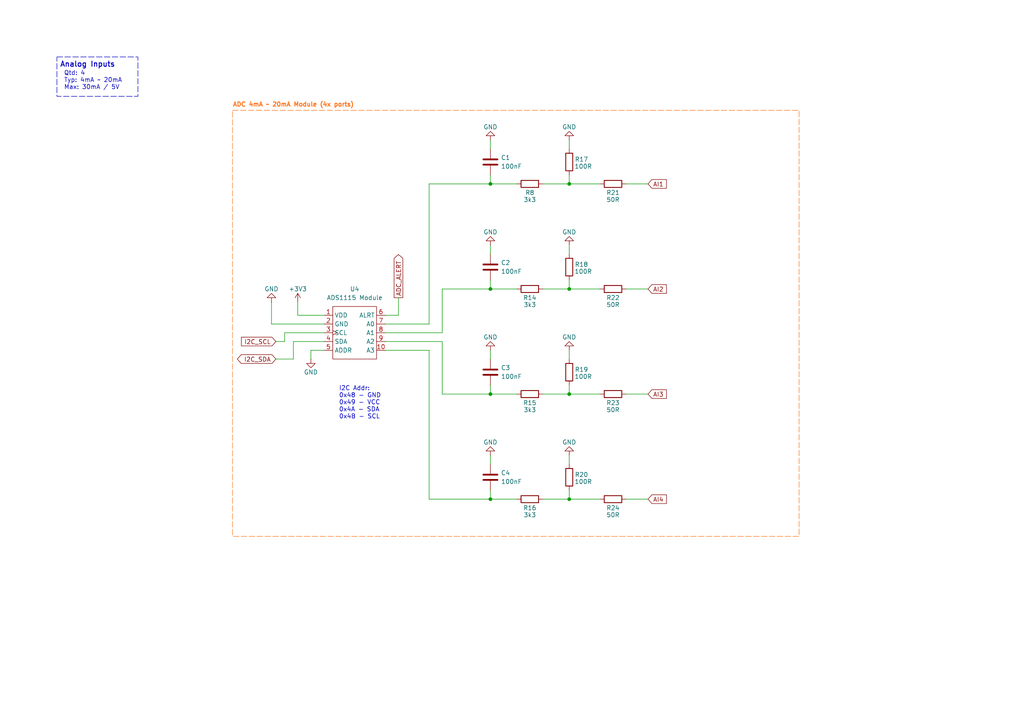
<source format=kicad_sch>
(kicad_sch (version 20231120) (generator "eeschema") (generator_version "8.0")
  (paper "A4")
  (title_block (title "ATL100 (Multiparametric Station) - THT Based") (date "2024-10-29") (rev "v1.0.0") (company "AgroTechLab (Laboratório de Desenvolvimento de Tecnologias para o Agrongócio)") (comment 1 "IFSC/Lages (Instituto Federal de Santa Catarina)") (comment 2 "Confidential (access prohibited without signing a non-disclosure agreement)") (comment 3 "Author: Robson Costa (robson.costa@ifsc.edu.br)") (comment 4 "Analog Inputs (4 x 2mA ~ 20mA)"))
  (lib_symbols
    (symbol "AgroTechLab:ADS1115 Module"
      (property "Reference" "U" (at -5.842 8.89 0))
      (property "Value" "ADS1115 Module" (at 0.254 -9.398 0))
      (symbol "ADS1115 Module_0_1"
        (rectangle (start -6.35 7.62) (end 6.35 -7.62))
      )
      (symbol "ADS1115 Module_1_1"
        (pin power_in line (at -8.89 5.08 0) (length 2.54) (name "VDD") (number "1"))
        (pin input line (at 8.89 -5.08 180) (length 2.54) (name "A3") (number "10"))
        (pin power_in line (at -8.89 2.54 0) (length 2.54) (name "GND") (number "2"))
        (pin input clock (at -8.89 0 0) (length 2.54) (name "SCL") (number "3"))
        (pin input line (at -8.89 -2.54 0) (length 2.54) (name "SDA") (number "4"))
        (pin input line (at -8.89 -5.08 0) (length 2.54) (name "ADDR") (number "5"))
        (pin input line (at 8.89 5.08 180) (length 2.54) (name "ALRT") (number "6"))
        (pin input line (at 8.89 2.54 180) (length 2.54) (name "A0") (number "7"))
        (pin input line (at 8.89 0 180) (length 2.54) (name "A1") (number "8"))
        (pin input line (at 8.89 -2.54 180) (length 2.54) (name "A2") (number "9"))
      )
    )
    (symbol "Device:C" (pin_numbers hide) (pin_names (offset 0.254))
      (property "Reference" "C" (at 0.635 2.54 0))
      (property "Value" "C" (at 0.635 -2.54 0))
      (symbol "C_0_1"
        (polyline (pts (xy -2.032 -0.762) (xy 2.032 -0.762)) (stroke (width 0.508)))
        (polyline (pts (xy -2.032 0.762) (xy 2.032 0.762)) (stroke (width 0.508)))
      )
      (symbol "C_1_1"
        (pin passive line (at 0 3.81 270) (length 2.794) (name "~") (number "1"))
        (pin passive line (at 0 -3.81 90) (length 2.794) (name "~") (number "2"))
      )
    )
    (symbol "Device:R" (pin_numbers hide) (pin_names (offset 0))
      (property "Reference" "R" (at 2.032 0 90))
      (property "Value" "R" (at 0 0 90))
      (symbol "R_0_1"
        (rectangle (start -1.016 -2.54) (end 1.016 2.54) (stroke (width 0.254)))
      )
      (symbol "R_1_1"
        (pin passive line (at 0 3.81 270) (length 1.27) (name "~") (number "1"))
        (pin passive line (at 0 -3.81 90) (length 1.27) (name "~") (number "2"))
      )
    )
    (symbol "power:+3V3" (power) (pin_numbers hide) (pin_names (offset 0) hide)
      (property "Value" "+3V3" (at 0 3.556 0))
      (symbol "+3V3_0_1"
        (polyline (pts (xy -0.762 1.27) (xy 0 2.54)))
        (polyline (pts (xy 0 0) (xy 0 2.54)))
        (polyline (pts (xy 0 2.54) (xy 0.762 1.27)))
      )
      (symbol "+3V3_1_1"
        (pin power_in line (at 0 0 90) (length 0) (name "~") (number "1"))
      )
    )
    (symbol "power:GND" (power) (pin_numbers hide) (pin_names (offset 0) hide)
      (property "Value" "GND" (at 0 -3.81 0))
      (symbol "GND_0_1"
        (polyline (pts (xy 0 0) (xy 0 -1.27) (xy 1.27 -1.27) (xy 0 -2.54) (xy -1.27 -1.27) (xy 0 -1.27)))
      )
      (symbol "GND_1_1"
        (pin power_in line (at 0 0 270) (length 0) (name "~") (number "1"))
      )
    )
  )
  (junction (at 165.1 114.3))
  (junction (at 142.24 83.82))
  (junction (at 142.24 53.34))
  (junction (at 142.24 144.78))
  (junction (at 165.1 144.78))
  (junction (at 165.1 83.82))
  (junction (at 142.24 114.3))
  (junction (at 165.1 53.34))
  (wire (pts (xy 82.55 99.06) (xy 82.55 96.52)))
  (wire (pts (xy 142.24 83.82) (xy 149.86 83.82)))
  (wire (pts (xy 85.09 104.14) (xy 85.09 99.06)))
  (wire (pts (xy 142.24 111.76) (xy 142.24 114.3)))
  (wire (pts (xy 85.09 99.06) (xy 93.98 99.06)))
  (wire (pts (xy 90.17 101.6) (xy 90.17 104.14)))
  (wire (pts (xy 128.27 96.52) (xy 128.27 83.82)))
  (wire (pts (xy 93.98 101.6) (xy 90.17 101.6)))
  (wire (pts (xy 165.1 114.3) (xy 165.1 111.76)))
  (wire (pts (xy 78.74 87.63) (xy 78.74 93.98)))
  (wire (pts (xy 157.48 114.3) (xy 165.1 114.3)))
  (wire (pts (xy 142.24 53.34) (xy 149.86 53.34)))
  (wire (pts (xy 157.48 83.82) (xy 165.1 83.82)))
  (wire (pts (xy 128.27 114.3) (xy 142.24 114.3)))
  (wire (pts (xy 142.24 142.24) (xy 142.24 144.78)))
  (wire (pts (xy 115.57 91.44) (xy 111.76 91.44)))
  (wire (pts (xy 181.61 53.34) (xy 187.96 53.34)))
  (wire (pts (xy 124.46 93.98) (xy 124.46 53.34)))
  (wire (pts (xy 142.24 71.12) (xy 142.24 73.66)))
  (wire (pts (xy 142.24 132.08) (xy 142.24 134.62)))
  (wire (pts (xy 165.1 101.6) (xy 165.1 104.14)))
  (wire (pts (xy 128.27 99.06) (xy 128.27 114.3)))
  (wire (pts (xy 181.61 114.3) (xy 187.96 114.3)))
  (wire (pts (xy 93.98 91.44) (xy 86.36 91.44)))
  (wire (pts (xy 165.1 83.82) (xy 173.99 83.82)))
  (wire (pts (xy 115.57 86.36) (xy 115.57 91.44)))
  (wire (pts (xy 157.48 53.34) (xy 165.1 53.34)))
  (wire (pts (xy 142.24 81.28) (xy 142.24 83.82)))
  (wire (pts (xy 165.1 144.78) (xy 173.99 144.78)))
  (wire (pts (xy 124.46 101.6) (xy 124.46 144.78)))
  (wire (pts (xy 128.27 83.82) (xy 142.24 83.82)))
  (wire (pts (xy 82.55 96.52) (xy 93.98 96.52)))
  (wire (pts (xy 80.01 99.06) (xy 82.55 99.06)))
  (wire (pts (xy 157.48 144.78) (xy 165.1 144.78)))
  (wire (pts (xy 181.61 144.78) (xy 187.96 144.78)))
  (wire (pts (xy 142.24 50.8) (xy 142.24 53.34)))
  (wire (pts (xy 142.24 101.6) (xy 142.24 104.14)))
  (wire (pts (xy 142.24 114.3) (xy 149.86 114.3)))
  (wire (pts (xy 86.36 87.63) (xy 86.36 91.44)))
  (wire (pts (xy 165.1 53.34) (xy 165.1 50.8)))
  (wire (pts (xy 111.76 101.6) (xy 124.46 101.6)))
  (wire (pts (xy 165.1 132.08) (xy 165.1 134.62)))
  (wire (pts (xy 142.24 144.78) (xy 149.86 144.78)))
  (wire (pts (xy 111.76 93.98) (xy 124.46 93.98)))
  (wire (pts (xy 181.61 83.82) (xy 187.96 83.82)))
  (wire (pts (xy 142.24 40.64) (xy 142.24 43.18)))
  (wire (pts (xy 165.1 83.82) (xy 165.1 81.28)))
  (wire (pts (xy 124.46 144.78) (xy 142.24 144.78)))
  (wire (pts (xy 165.1 144.78) (xy 165.1 142.24)))
  (wire (pts (xy 165.1 40.64) (xy 165.1 43.18)))
  (wire (pts (xy 111.76 99.06) (xy 128.27 99.06)))
  (wire (pts (xy 165.1 114.3) (xy 173.99 114.3)))
  (wire (pts (xy 165.1 53.34) (xy 173.99 53.34)))
  (wire (pts (xy 124.46 53.34) (xy 142.24 53.34)))
  (wire (pts (xy 111.76 96.52) (xy 128.27 96.52)))
  (wire (pts (xy 93.98 93.98) (xy 78.74 93.98)))
  (wire (pts (xy 165.1 71.12) (xy 165.1 73.66)))
  (wire (pts (xy 80.01 104.14) (xy 85.09 104.14)))
  (rectangle (start 16.51 16.51) (end 40.005 27.94) (stroke (width 0) (type dash)))
  (rectangle (start 67.437 32.004) (end 231.775 155.575) (stroke (width 0) (type dash) (color 255 114 26 1)))
  (text "ADC 4mA ~ 20mA Module (4x ports)" (at 85.09 30.48 0) (effects (font (size 1.27 1.27) (thickness 0.254) (bold yes))))
  (text "I2C Addr:\n0x48 - GND\n0x49 - VCC\n0x4A - SDA\n0x4B - SCL" (at 98.298 116.84 0) (effects (font (size 1.27 1.27) (thickness 0.1588)) (justify left)))
  (text "Qtd: 4\nTyp: 4mA ~ 20mA\nMax: 30mA / 5V" (at 18.542 23.368 0) (effects (font (size 1.27 1.27)) (justify left)))
  (text "Analog Inputs" (at 25.4 18.796 0) (effects (font (size 1.524 1.524) (thickness 0.254) (bold yes))))
  (global_label "ADC_ALERT" (shape output) (at 115.57 86.36 90) (property "Intersheetrefs" "${INTERSHEET_REFS}" (effects (hide yes))))
  (global_label "AI3" (shape input) (at 187.96 114.3 0) (property "Intersheetrefs" "${INTERSHEET_REFS}" (effects (hide yes))))
  (global_label "AI1" (shape input) (at 187.96 53.34 0) (property "Intersheetrefs" "${INTERSHEET_REFS}" (effects (hide yes))))
  (global_label "I2C_SCL" (shape input) (at 80.01 99.06 180) (property "Intersheetrefs" "${INTERSHEET_REFS}" (effects (hide yes))))
  (global_label "I2C_SDA" (shape bidirectional) (at 80.01 104.14 180) (property "Intersheetrefs" "${INTERSHEET_REFS}" (effects (hide yes))))
  (global_label "AI2" (shape input) (at 187.96 83.82 0) (property "Intersheetrefs" "${INTERSHEET_REFS}" (effects (hide yes))))
  (global_label "AI4" (shape input) (at 187.96 144.78 0) (property "Intersheetrefs" "${INTERSHEET_REFS}" (effects (hide yes))))
  (symbol (lib_id "power:GND") (at 142.24 40.64 180) (unit 1)
    (property "Reference" "#PWR027" (effects (hide yes)))
    (property "Value" "GND" (at 142.24 36.83 0))
    (property "Description" "Power symbol creates a global label with name \"GND\" , ground" (effects (hide yes)))
  )
  (symbol (lib_id "Device:C") (at 142.24 46.99 0) (unit 1)
    (property "Reference" "C1" (at 145.288 45.72 0) (effects (justify left)))
    (property "Value" "100nF" (at 145.288 48.26 0) (effects (justify left)))
    (property "Footprint" "Capacitor_THT:C_Disc_D4.7mm_W2.5mm_P5.00mm" (effects (hide yes)))
    (property "Description" "Ceramic Capacitor, 100nF, 10%, 50V" (effects (hide yes)))
    (property "Manufacturer" "Std" (effects (hide yes)))
    (property "Part Number" "Std" (effects (hide yes)))
  )
  (symbol (lib_id "power:GND") (at 90.17 104.14 0) (unit 1)
    (property "Reference" "#PWR014" (effects (hide yes)))
    (property "Value" "GND" (at 90.17 107.95 0))
    (property "Description" "Power symbol creates a global label with name \"GND\" , ground" (effects (hide yes)))
  )
  (symbol (lib_id "Device:R") (at 153.67 53.34 90) (unit 1)
    (property "Reference" "R8" (at 153.67 55.88 90))
    (property "Value" "3k3" (at 153.67 57.912 90))
    (property "Footprint" "Resistor_THT:R_Axial_DIN0207_L6.3mm_D2.5mm_P7.62mm_Horizontal" (effects (hide yes)))
    (property "Description" "Metal Film Resistor, 3.3kΩ, 1%, 1/4W" (effects (hide yes)))
    (property "Manufacturer" "Std" (effects (hide yes)))
    (property "Part Number" "Std" (effects (hide yes)))
  )
  (symbol (lib_id "Device:R") (at 153.67 83.82 90) (unit 1)
    (property "Reference" "R14" (at 153.67 86.36 90))
    (property "Value" "3k3" (at 153.67 88.392 90))
    (property "Footprint" "Resistor_THT:R_Axial_DIN0207_L6.3mm_D2.5mm_P7.62mm_Horizontal" (effects (hide yes)))
    (property "Description" "Metal Film Resistor, 3.3kΩ, 1%, 1/4W" (effects (hide yes)))
    (property "Manufacturer" "Std" (effects (hide yes)))
    (property "Part Number" "Std" (effects (hide yes)))
  )
  (symbol (lib_id "Device:R") (at 177.8 83.82 90) (unit 1)
    (property "Reference" "R22" (at 177.8 86.36 90))
    (property "Value" "50R" (at 177.8 88.392 90))
    (property "Footprint" "Resistor_THT:R_Axial_DIN0207_L6.3mm_D2.5mm_P7.62mm_Horizontal" (effects (hide yes)))
    (property "Description" "Metal Film Resistor, 50Ω, 0.1%, 1/4W" (effects (hide yes)))
    (property "Manufacturer" "Std" (effects (hide yes)))
    (property "Part Number" "Std" (effects (hide yes)))
  )
  (symbol (lib_id "Device:R") (at 165.1 46.99 180) (unit 1)
    (property "Reference" "R17" (at 168.656 46.228 0))
    (property "Value" "100R" (at 169.164 48.26 0))
    (property "Footprint" "Resistor_THT:R_Axial_DIN0207_L6.3mm_D2.5mm_P7.62mm_Horizontal" (effects (hide yes)))
    (property "Description" "Metal Film Resistor, 100Ω, 0.1%, 1/4W" (effects (hide yes)))
    (property "Manufacturer" "Std" (effects (hide yes)))
    (property "Part Number" "Std" (effects (hide yes)))
  )
  (symbol (lib_id "Device:R") (at 153.67 114.3 90) (unit 1)
    (property "Reference" "R15" (at 153.67 116.84 90))
    (property "Value" "3k3" (at 153.67 118.872 90))
    (property "Footprint" "Resistor_THT:R_Axial_DIN0207_L6.3mm_D2.5mm_P7.62mm_Horizontal" (effects (hide yes)))
    (property "Description" "Metal Film Resistor, 3.3kΩ, 1%, 1/4W" (effects (hide yes)))
    (property "Manufacturer" "Std" (effects (hide yes)))
    (property "Part Number" "Std" (effects (hide yes)))
  )
  (symbol (lib_id "Device:R") (at 165.1 138.43 180) (unit 1)
    (property "Reference" "R20" (at 168.656 137.668 0))
    (property "Value" "100R" (at 169.164 139.7 0))
    (property "Footprint" "Resistor_THT:R_Axial_DIN0207_L6.3mm_D2.5mm_P7.62mm_Horizontal" (effects (hide yes)))
    (property "Description" "Metal Film Resistor, 100Ω, 0.1%, 1/4W" (effects (hide yes)))
    (property "Manufacturer" "Std" (effects (hide yes)))
    (property "Part Number" "Std" (effects (hide yes)))
  )
  (symbol (lib_id "power:GND") (at 142.24 132.08 180) (unit 1)
    (property "Reference" "#PWR037" (effects (hide yes)))
    (property "Value" "GND" (at 142.24 128.27 0))
    (property "Description" "Power symbol creates a global label with name \"GND\" , ground" (effects (hide yes)))
  )
  (symbol (lib_id "AgroTechLab:ADS1115 Module") (at 102.87 96.52 0) (unit 1)
    (property "Reference" "U4" (at 102.87 83.82 0))
    (property "Value" "ADS1115 Module" (at 102.87 86.36 0))
    (property "Footprint" "AgroTechLab:ADS1115 Module" (effects (hide yes)))
    (property "Description" "ADC, 16-bits, ADS1115" (effects (hide yes)))
    (property "Manufacturer" "OEM" (effects (hide yes)))
    (property "Part Number" "ADS1115 Module" (effects (hide yes)))
  )
  (symbol (lib_id "Device:C") (at 142.24 77.47 0) (unit 1)
    (property "Reference" "C2" (at 145.288 76.2 0) (effects (justify left)))
    (property "Value" "100nF" (at 145.288 78.74 0) (effects (justify left)))
    (property "Footprint" "Capacitor_THT:C_Disc_D4.7mm_W2.5mm_P5.00mm" (effects (hide yes)))
    (property "Description" "Ceramic Capacitor, 100nF, 10%, 50V" (effects (hide yes)))
    (property "Manufacturer" "Std" (effects (hide yes)))
    (property "Part Number" "Std" (effects (hide yes)))
  )
  (symbol (lib_id "Device:R") (at 177.8 144.78 90) (unit 1)
    (property "Reference" "R24" (at 177.8 147.32 90))
    (property "Value" "50R" (at 177.8 149.352 90))
    (property "Footprint" "Resistor_THT:R_Axial_DIN0207_L6.3mm_D2.5mm_P7.62mm_Horizontal" (effects (hide yes)))
    (property "Description" "Metal Film Resistor, 50Ω, 0.1%, 1/4W" (effects (hide yes)))
    (property "Manufacturer" "Std" (effects (hide yes)))
    (property "Part Number" "Std" (effects (hide yes)))
  )
  (symbol (lib_id "Device:R") (at 177.8 114.3 90) (unit 1)
    (property "Reference" "R23" (at 177.8 116.84 90))
    (property "Value" "50R" (at 177.8 118.872 90))
    (property "Footprint" "Resistor_THT:R_Axial_DIN0207_L6.3mm_D2.5mm_P7.62mm_Horizontal" (effects (hide yes)))
    (property "Description" "Metal Film Resistor, 50Ω, 0.1%, 1/4W" (effects (hide yes)))
    (property "Manufacturer" "Std" (effects (hide yes)))
    (property "Part Number" "Std" (effects (hide yes)))
  )
  (symbol (lib_id "Device:R") (at 153.67 144.78 90) (unit 1)
    (property "Reference" "R16" (at 153.67 147.32 90))
    (property "Value" "3k3" (at 153.67 149.352 90))
    (property "Footprint" "Resistor_THT:R_Axial_DIN0207_L6.3mm_D2.5mm_P7.62mm_Horizontal" (effects (hide yes)))
    (property "Description" "Metal Film Resistor, 3.3kΩ, 1%, 1/4W" (effects (hide yes)))
    (property "Manufacturer" "Std" (effects (hide yes)))
    (property "Part Number" "Std" (effects (hide yes)))
  )
  (symbol (lib_id "Device:C") (at 142.24 107.95 0) (unit 1)
    (property "Reference" "C3" (at 145.288 106.68 0) (effects (justify left)))
    (property "Value" "100nF" (at 145.288 109.22 0) (effects (justify left)))
    (property "Footprint" "Capacitor_THT:C_Disc_D4.7mm_W2.5mm_P5.00mm" (effects (hide yes)))
    (property "Description" "Ceramic Capacitor, 100nF, 10%, 50V" (effects (hide yes)))
    (property "Manufacturer" "Std" (effects (hide yes)))
    (property "Part Number" "Std" (effects (hide yes)))
  )
  (symbol (lib_id "power:GND") (at 165.1 71.12 180) (unit 1)
    (property "Reference" "#PWR039" (effects (hide yes)))
    (property "Value" "GND" (at 165.1 67.31 0))
    (property "Description" "Power symbol creates a global label with name \"GND\" , ground" (effects (hide yes)))
  )
  (symbol (lib_id "power:GND") (at 165.1 132.08 180) (unit 1)
    (property "Reference" "#PWR041" (effects (hide yes)))
    (property "Value" "GND" (at 165.1 128.27 0))
    (property "Description" "Power symbol creates a global label with name \"GND\" , ground" (effects (hide yes)))
  )
  (symbol (lib_id "power:GND") (at 165.1 40.64 180) (unit 1)
    (property "Reference" "#PWR038" (effects (hide yes)))
    (property "Value" "GND" (at 165.1 36.83 0))
    (property "Description" "Power symbol creates a global label with name \"GND\" , ground" (effects (hide yes)))
  )
  (symbol (lib_id "Device:C") (at 142.24 138.43 0) (unit 1)
    (property "Reference" "C4" (at 145.288 137.16 0) (effects (justify left)))
    (property "Value" "100nF" (at 145.288 139.7 0) (effects (justify left)))
    (property "Footprint" "Capacitor_THT:C_Disc_D4.7mm_W2.5mm_P5.00mm" (effects (hide yes)))
    (property "Description" "Ceramic Capacitor, 100nF, 10%, 50V" (effects (hide yes)))
    (property "Manufacturer" "Std" (effects (hide yes)))
    (property "Part Number" "Std" (effects (hide yes)))
  )
  (symbol (lib_id "Device:R") (at 165.1 77.47 180) (unit 1)
    (property "Reference" "R18" (at 168.656 76.708 0))
    (property "Value" "100R" (at 169.164 78.74 0))
    (property "Footprint" "Resistor_THT:R_Axial_DIN0207_L6.3mm_D2.5mm_P7.62mm_Horizontal" (effects (hide yes)))
    (property "Description" "Metal Film Resistor, 100Ω, 0.1%, 1/4W" (effects (hide yes)))
    (property "Manufacturer" "Std" (effects (hide yes)))
    (property "Part Number" "Std" (effects (hide yes)))
  )
  (symbol (lib_id "power:GND") (at 142.24 101.6 180) (unit 1)
    (property "Reference" "#PWR036" (effects (hide yes)))
    (property "Value" "GND" (at 142.24 97.79 0))
    (property "Description" "Power symbol creates a global label with name \"GND\" , ground" (effects (hide yes)))
  )
  (symbol (lib_id "Device:R") (at 177.8 53.34 90) (unit 1)
    (property "Reference" "R21" (at 177.8 55.88 90))
    (property "Value" "50R" (at 177.8 57.912 90))
    (property "Footprint" "Resistor_THT:R_Axial_DIN0207_L6.3mm_D2.5mm_P7.62mm_Horizontal" (effects (hide yes)))
    (property "Description" "Metal Film Resistor, 50Ω, 0.1%, 1/4W" (effects (hide yes)))
    (property "Manufacturer" "Std" (effects (hide yes)))
    (property "Part Number" "Std" (effects (hide yes)))
  )
  (symbol (lib_id "power:GND") (at 78.74 87.63 180) (unit 1)
    (property "Reference" "#PWR07" (effects (hide yes)))
    (property "Value" "GND" (at 78.74 83.82 0))
    (property "Description" "Power symbol creates a global label with name \"GND\" , ground" (effects (hide yes)))
  )
  (symbol (lib_id "Device:R") (at 165.1 107.95 180) (unit 1)
    (property "Reference" "R19" (at 168.656 107.188 0))
    (property "Value" "100R" (at 169.164 109.22 0))
    (property "Footprint" "Resistor_THT:R_Axial_DIN0207_L6.3mm_D2.5mm_P7.62mm_Horizontal" (effects (hide yes)))
    (property "Description" "Metal Film Resistor, 100Ω, 0.1%, 1/4W" (effects (hide yes)))
    (property "Manufacturer" "Std" (effects (hide yes)))
    (property "Part Number" "Std" (effects (hide yes)))
  )
  (symbol (lib_id "power:GND") (at 142.24 71.12 180) (unit 1)
    (property "Reference" "#PWR028" (effects (hide yes)))
    (property "Value" "GND" (at 142.24 67.31 0))
    (property "Description" "Power symbol creates a global label with name \"GND\" , ground" (effects (hide yes)))
  )
  (symbol (lib_id "power:GND") (at 165.1 101.6 180) (unit 1)
    (property "Reference" "#PWR040" (effects (hide yes)))
    (property "Value" "GND" (at 165.1 97.79 0))
    (property "Description" "Power symbol creates a global label with name \"GND\" , ground" (effects (hide yes)))
  )
  (symbol (lib_id "power:+3V3") (at 86.36 87.63 0) (unit 1)
    (property "Reference" "#PWR08" (effects (hide yes)))
    (property "Value" "+3V3" (at 86.36 83.82 0))
    (property "Description" "Power symbol creates a global label with name \"+3V3\"" (effects (hide yes)))
  )
)
</source>
